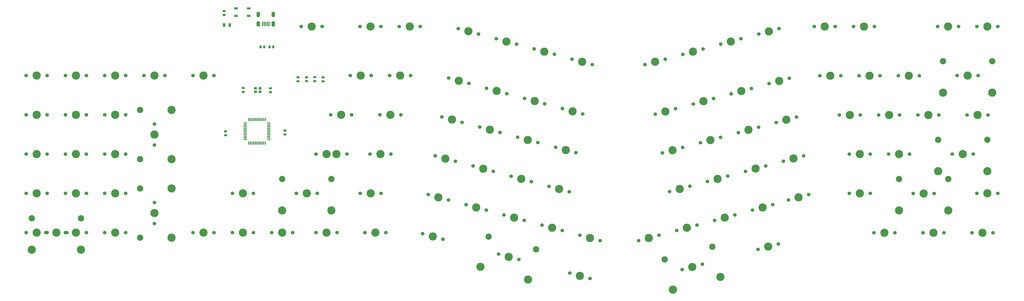
<source format=gbr>
%TF.GenerationSoftware,KiCad,Pcbnew,(5.1.10)-1*%
%TF.CreationDate,2021-06-20T00:30:46-07:00*%
%TF.ProjectId,HSC_Alice,4853435f-416c-4696-9365-2e6b69636164,rev?*%
%TF.SameCoordinates,Original*%
%TF.FileFunction,Soldermask,Top*%
%TF.FilePolarity,Negative*%
%FSLAX46Y46*%
G04 Gerber Fmt 4.6, Leading zero omitted, Abs format (unit mm)*
G04 Created by KiCad (PCBNEW (5.1.10)-1) date 2021-06-20 00:30:46*
%MOMM*%
%LPD*%
G01*
G04 APERTURE LIST*
%ADD10C,3.987800*%
%ADD11C,3.048000*%
%ADD12C,1.750000*%
%ADD13R,1.400000X1.200000*%
%ADD14O,1.700000X2.700000*%
%ADD15R,0.500000X2.250000*%
%ADD16R,0.550000X1.500000*%
%ADD17R,1.500000X0.550000*%
%ADD18R,1.800000X1.100000*%
G04 APERTURE END LIST*
D10*
%TO.C,MX48*%
X-418061929Y-187128299D03*
X-441124374Y-180948736D03*
D11*
X-414117526Y-172407590D03*
X-437179971Y-166228026D03*
D12*
X-422549697Y-177379601D03*
X-432363503Y-174749999D03*
D10*
X-427456600Y-176064800D03*
%TD*%
D13*
%TO.C,Y1*%
X-550324200Y-94298400D03*
X-548124200Y-94298400D03*
X-548124200Y-95998400D03*
X-550324200Y-95998400D03*
%TD*%
D14*
%TO.C,USB1*%
X-541637200Y-58521600D03*
X-548937200Y-58521600D03*
X-548937200Y-63021600D03*
X-541637200Y-63021600D03*
D15*
X-543687200Y-63021600D03*
X-544487200Y-63021600D03*
X-545287200Y-63021600D03*
X-546087200Y-63021600D03*
X-546887200Y-63021600D03*
%TD*%
D16*
%TO.C,U1*%
X-545579800Y-120863600D03*
X-546379800Y-120863600D03*
X-547179800Y-120863600D03*
X-547979800Y-120863600D03*
X-548779800Y-120863600D03*
X-549579800Y-120863600D03*
X-550379800Y-120863600D03*
X-551179800Y-120863600D03*
X-551979800Y-120863600D03*
X-552779800Y-120863600D03*
X-553579800Y-120863600D03*
D17*
X-555279800Y-119163600D03*
X-555279800Y-118363600D03*
X-555279800Y-117563600D03*
X-555279800Y-116763600D03*
X-555279800Y-115963600D03*
X-555279800Y-115163600D03*
X-555279800Y-114363600D03*
X-555279800Y-113563600D03*
X-555279800Y-112763600D03*
X-555279800Y-111963600D03*
X-555279800Y-111163600D03*
D16*
X-553579800Y-109463600D03*
X-552779800Y-109463600D03*
X-551979800Y-109463600D03*
X-551179800Y-109463600D03*
X-550379800Y-109463600D03*
X-549579800Y-109463600D03*
X-548779800Y-109463600D03*
X-547979800Y-109463600D03*
X-547179800Y-109463600D03*
X-546379800Y-109463600D03*
X-545579800Y-109463600D03*
D17*
X-543879800Y-111163600D03*
X-543879800Y-111963600D03*
X-543879800Y-112763600D03*
X-543879800Y-113563600D03*
X-543879800Y-114363600D03*
X-543879800Y-115163600D03*
X-543879800Y-115963600D03*
X-543879800Y-116763600D03*
X-543879800Y-117563600D03*
X-543879800Y-118363600D03*
X-543879800Y-119163600D03*
%TD*%
D18*
%TO.C,SW1*%
X-559791800Y-59203200D03*
X-553591800Y-55503200D03*
X-559791800Y-55503200D03*
X-553591800Y-59203200D03*
%TD*%
%TO.C,R4*%
G36*
G01*
X-565269801Y-116554200D02*
X-564369799Y-116554200D01*
G75*
G02*
X-564119800Y-116804199I0J-249999D01*
G01*
X-564119800Y-117329201D01*
G75*
G02*
X-564369799Y-117579200I-249999J0D01*
G01*
X-565269801Y-117579200D01*
G75*
G02*
X-565519800Y-117329201I0J249999D01*
G01*
X-565519800Y-116804199D01*
G75*
G02*
X-565269801Y-116554200I249999J0D01*
G01*
G37*
G36*
G01*
X-565269801Y-114729200D02*
X-564369799Y-114729200D01*
G75*
G02*
X-564119800Y-114979199I0J-249999D01*
G01*
X-564119800Y-115504201D01*
G75*
G02*
X-564369799Y-115754200I-249999J0D01*
G01*
X-565269801Y-115754200D01*
G75*
G02*
X-565519800Y-115504201I0J249999D01*
G01*
X-565519800Y-114979199D01*
G75*
G02*
X-565269801Y-114729200I249999J0D01*
G01*
G37*
%TD*%
%TO.C,R3*%
G36*
G01*
X-565055599Y-57385000D02*
X-565955601Y-57385000D01*
G75*
G02*
X-566205600Y-57135001I0J249999D01*
G01*
X-566205600Y-56609999D01*
G75*
G02*
X-565955601Y-56360000I249999J0D01*
G01*
X-565055599Y-56360000D01*
G75*
G02*
X-564805600Y-56609999I0J-249999D01*
G01*
X-564805600Y-57135001D01*
G75*
G02*
X-565055599Y-57385000I-249999J0D01*
G01*
G37*
G36*
G01*
X-565055599Y-59210000D02*
X-565955601Y-59210000D01*
G75*
G02*
X-566205600Y-58960001I0J249999D01*
G01*
X-566205600Y-58434999D01*
G75*
G02*
X-565955601Y-58185000I249999J0D01*
G01*
X-565055599Y-58185000D01*
G75*
G02*
X-564805600Y-58434999I0J-249999D01*
G01*
X-564805600Y-58960001D01*
G75*
G02*
X-565055599Y-59210000I-249999J0D01*
G01*
G37*
%TD*%
%TO.C,R2*%
G36*
G01*
X-547364400Y-73767799D02*
X-547364400Y-74667801D01*
G75*
G02*
X-547614399Y-74917800I-249999J0D01*
G01*
X-548139401Y-74917800D01*
G75*
G02*
X-548389400Y-74667801I0J249999D01*
G01*
X-548389400Y-73767799D01*
G75*
G02*
X-548139401Y-73517800I249999J0D01*
G01*
X-547614399Y-73517800D01*
G75*
G02*
X-547364400Y-73767799I0J-249999D01*
G01*
G37*
G36*
G01*
X-545539400Y-73767799D02*
X-545539400Y-74667801D01*
G75*
G02*
X-545789399Y-74917800I-249999J0D01*
G01*
X-546314401Y-74917800D01*
G75*
G02*
X-546564400Y-74667801I0J249999D01*
G01*
X-546564400Y-73767799D01*
G75*
G02*
X-546314401Y-73517800I249999J0D01*
G01*
X-545789399Y-73517800D01*
G75*
G02*
X-545539400Y-73767799I0J-249999D01*
G01*
G37*
%TD*%
%TO.C,R1*%
G36*
G01*
X-542954400Y-73767799D02*
X-542954400Y-74667801D01*
G75*
G02*
X-543204399Y-74917800I-249999J0D01*
G01*
X-543729401Y-74917800D01*
G75*
G02*
X-543979400Y-74667801I0J249999D01*
G01*
X-543979400Y-73767799D01*
G75*
G02*
X-543729401Y-73517800I249999J0D01*
G01*
X-543204399Y-73517800D01*
G75*
G02*
X-542954400Y-73767799I0J-249999D01*
G01*
G37*
G36*
G01*
X-541129400Y-73767799D02*
X-541129400Y-74667801D01*
G75*
G02*
X-541379399Y-74917800I-249999J0D01*
G01*
X-541904401Y-74917800D01*
G75*
G02*
X-542154400Y-74667801I0J249999D01*
G01*
X-542154400Y-73767799D01*
G75*
G02*
X-541904401Y-73517800I249999J0D01*
G01*
X-541379399Y-73517800D01*
G75*
G02*
X-541129400Y-73767799I0J-249999D01*
G01*
G37*
%TD*%
%TO.C,F1*%
G36*
G01*
X-563359000Y-64226600D02*
X-563359000Y-62976600D01*
G75*
G02*
X-563109000Y-62726600I250000J0D01*
G01*
X-562359000Y-62726600D01*
G75*
G02*
X-562109000Y-62976600I0J-250000D01*
G01*
X-562109000Y-64226600D01*
G75*
G02*
X-562359000Y-64476600I-250000J0D01*
G01*
X-563109000Y-64476600D01*
G75*
G02*
X-563359000Y-64226600I0J250000D01*
G01*
G37*
G36*
G01*
X-566159000Y-64226600D02*
X-566159000Y-62976600D01*
G75*
G02*
X-565909000Y-62726600I250000J0D01*
G01*
X-565159000Y-62726600D01*
G75*
G02*
X-564909000Y-62976600I0J-250000D01*
G01*
X-564909000Y-64226600D01*
G75*
G02*
X-565159000Y-64476600I-250000J0D01*
G01*
X-565909000Y-64476600D01*
G75*
G02*
X-566159000Y-64226600I0J250000D01*
G01*
G37*
%TD*%
%TO.C,C7*%
G36*
G01*
X-517050000Y-89491400D02*
X-518000000Y-89491400D01*
G75*
G02*
X-518250000Y-89241400I0J250000D01*
G01*
X-518250000Y-88741400D01*
G75*
G02*
X-518000000Y-88491400I250000J0D01*
G01*
X-517050000Y-88491400D01*
G75*
G02*
X-516800000Y-88741400I0J-250000D01*
G01*
X-516800000Y-89241400D01*
G75*
G02*
X-517050000Y-89491400I-250000J0D01*
G01*
G37*
G36*
G01*
X-517050000Y-91391400D02*
X-518000000Y-91391400D01*
G75*
G02*
X-518250000Y-91141400I0J250000D01*
G01*
X-518250000Y-90641400D01*
G75*
G02*
X-518000000Y-90391400I250000J0D01*
G01*
X-517050000Y-90391400D01*
G75*
G02*
X-516800000Y-90641400I0J-250000D01*
G01*
X-516800000Y-91141400D01*
G75*
G02*
X-517050000Y-91391400I-250000J0D01*
G01*
G37*
%TD*%
%TO.C,C6*%
G36*
G01*
X-521063200Y-89415200D02*
X-522013200Y-89415200D01*
G75*
G02*
X-522263200Y-89165200I0J250000D01*
G01*
X-522263200Y-88665200D01*
G75*
G02*
X-522013200Y-88415200I250000J0D01*
G01*
X-521063200Y-88415200D01*
G75*
G02*
X-520813200Y-88665200I0J-250000D01*
G01*
X-520813200Y-89165200D01*
G75*
G02*
X-521063200Y-89415200I-250000J0D01*
G01*
G37*
G36*
G01*
X-521063200Y-91315200D02*
X-522013200Y-91315200D01*
G75*
G02*
X-522263200Y-91065200I0J250000D01*
G01*
X-522263200Y-90565200D01*
G75*
G02*
X-522013200Y-90315200I250000J0D01*
G01*
X-521063200Y-90315200D01*
G75*
G02*
X-520813200Y-90565200I0J-250000D01*
G01*
X-520813200Y-91065200D01*
G75*
G02*
X-521063200Y-91315200I-250000J0D01*
G01*
G37*
%TD*%
%TO.C,C5*%
G36*
G01*
X-536516600Y-116197800D02*
X-535566600Y-116197800D01*
G75*
G02*
X-535316600Y-116447800I0J-250000D01*
G01*
X-535316600Y-116947800D01*
G75*
G02*
X-535566600Y-117197800I-250000J0D01*
G01*
X-536516600Y-117197800D01*
G75*
G02*
X-536766600Y-116947800I0J250000D01*
G01*
X-536766600Y-116447800D01*
G75*
G02*
X-536516600Y-116197800I250000J0D01*
G01*
G37*
G36*
G01*
X-536516600Y-114297800D02*
X-535566600Y-114297800D01*
G75*
G02*
X-535316600Y-114547800I0J-250000D01*
G01*
X-535316600Y-115047800D01*
G75*
G02*
X-535566600Y-115297800I-250000J0D01*
G01*
X-536516600Y-115297800D01*
G75*
G02*
X-536766600Y-115047800I0J250000D01*
G01*
X-536766600Y-114547800D01*
G75*
G02*
X-536516600Y-114297800I250000J0D01*
G01*
G37*
%TD*%
%TO.C,C4*%
G36*
G01*
X-525076400Y-89440600D02*
X-526026400Y-89440600D01*
G75*
G02*
X-526276400Y-89190600I0J250000D01*
G01*
X-526276400Y-88690600D01*
G75*
G02*
X-526026400Y-88440600I250000J0D01*
G01*
X-525076400Y-88440600D01*
G75*
G02*
X-524826400Y-88690600I0J-250000D01*
G01*
X-524826400Y-89190600D01*
G75*
G02*
X-525076400Y-89440600I-250000J0D01*
G01*
G37*
G36*
G01*
X-525076400Y-91340600D02*
X-526026400Y-91340600D01*
G75*
G02*
X-526276400Y-91090600I0J250000D01*
G01*
X-526276400Y-90590600D01*
G75*
G02*
X-526026400Y-90340600I250000J0D01*
G01*
X-525076400Y-90340600D01*
G75*
G02*
X-524826400Y-90590600I0J-250000D01*
G01*
X-524826400Y-91090600D01*
G75*
G02*
X-525076400Y-91340600I-250000J0D01*
G01*
G37*
%TD*%
%TO.C,C3*%
G36*
G01*
X-529216600Y-89491400D02*
X-530166600Y-89491400D01*
G75*
G02*
X-530416600Y-89241400I0J250000D01*
G01*
X-530416600Y-88741400D01*
G75*
G02*
X-530166600Y-88491400I250000J0D01*
G01*
X-529216600Y-88491400D01*
G75*
G02*
X-528966600Y-88741400I0J-250000D01*
G01*
X-528966600Y-89241400D01*
G75*
G02*
X-529216600Y-89491400I-250000J0D01*
G01*
G37*
G36*
G01*
X-529216600Y-91391400D02*
X-530166600Y-91391400D01*
G75*
G02*
X-530416600Y-91141400I0J250000D01*
G01*
X-530416600Y-90641400D01*
G75*
G02*
X-530166600Y-90391400I250000J0D01*
G01*
X-529216600Y-90391400D01*
G75*
G02*
X-528966600Y-90641400I0J-250000D01*
G01*
X-528966600Y-91141400D01*
G75*
G02*
X-529216600Y-91391400I-250000J0D01*
G01*
G37*
%TD*%
%TO.C,C2*%
G36*
G01*
X-543501600Y-95674600D02*
X-542551600Y-95674600D01*
G75*
G02*
X-542301600Y-95924600I0J-250000D01*
G01*
X-542301600Y-96424600D01*
G75*
G02*
X-542551600Y-96674600I-250000J0D01*
G01*
X-543501600Y-96674600D01*
G75*
G02*
X-543751600Y-96424600I0J250000D01*
G01*
X-543751600Y-95924600D01*
G75*
G02*
X-543501600Y-95674600I250000J0D01*
G01*
G37*
G36*
G01*
X-543501600Y-93774600D02*
X-542551600Y-93774600D01*
G75*
G02*
X-542301600Y-94024600I0J-250000D01*
G01*
X-542301600Y-94524600D01*
G75*
G02*
X-542551600Y-94774600I-250000J0D01*
G01*
X-543501600Y-94774600D01*
G75*
G02*
X-543751600Y-94524600I0J250000D01*
G01*
X-543751600Y-94024600D01*
G75*
G02*
X-543501600Y-93774600I250000J0D01*
G01*
G37*
%TD*%
%TO.C,C1*%
G36*
G01*
X-555785000Y-94647600D02*
X-556735000Y-94647600D01*
G75*
G02*
X-556985000Y-94397600I0J250000D01*
G01*
X-556985000Y-93897600D01*
G75*
G02*
X-556735000Y-93647600I250000J0D01*
G01*
X-555785000Y-93647600D01*
G75*
G02*
X-555535000Y-93897600I0J-250000D01*
G01*
X-555535000Y-94397600D01*
G75*
G02*
X-555785000Y-94647600I-250000J0D01*
G01*
G37*
G36*
G01*
X-555785000Y-96547600D02*
X-556735000Y-96547600D01*
G75*
G02*
X-556985000Y-96297600I0J250000D01*
G01*
X-556985000Y-95797600D01*
G75*
G02*
X-556735000Y-95547600I250000J0D01*
G01*
X-555785000Y-95547600D01*
G75*
G02*
X-555535000Y-95797600I0J-250000D01*
G01*
X-555535000Y-96297600D01*
G75*
G02*
X-555785000Y-96547600I-250000J0D01*
G01*
G37*
%TD*%
D12*
%TO.C,MX54*%
X-388018055Y-186622695D03*
X-397831861Y-183993093D03*
D10*
X-392924958Y-185307894D03*
%TD*%
%TO.C,MX95*%
X-214207600Y-153593800D03*
X-238083600Y-153593800D03*
D11*
X-214207600Y-138353800D03*
X-238083600Y-138353800D03*
D12*
X-221065600Y-145338800D03*
X-231225600Y-145338800D03*
D10*
X-226145600Y-145338800D03*
%TD*%
D12*
%TO.C,MX105*%
X-194878200Y-107213400D03*
X-205038200Y-107213400D03*
D10*
X-199958200Y-107213400D03*
%TD*%
%TO.C,MX29*%
X-513461000Y-153543000D03*
X-537337000Y-153543000D03*
D11*
X-513461000Y-138303000D03*
X-537337000Y-138303000D03*
D12*
X-520319000Y-145288000D03*
X-530479000Y-145288000D03*
D10*
X-525399000Y-145288000D03*
%TD*%
D12*
%TO.C,MX28*%
X-505968000Y-126238000D03*
X-516128000Y-126238000D03*
D10*
X-511048000Y-126238000D03*
%TD*%
D12*
%TO.C,MX6*%
X-651383000Y-164338000D03*
X-661543000Y-164338000D03*
D10*
X-656463000Y-164338000D03*
%TD*%
%TO.C,MX104*%
X-192795400Y-96393000D03*
X-216671400Y-96393000D03*
D11*
X-192795400Y-81153000D03*
X-216671400Y-81153000D03*
D12*
X-199653400Y-88138000D03*
X-209813400Y-88138000D03*
D10*
X-204733400Y-88138000D03*
%TD*%
D12*
%TO.C,MX103*%
X-190103000Y-64325500D03*
X-200263000Y-64325500D03*
D10*
X-195183000Y-64325500D03*
%TD*%
D12*
%TO.C,MX102*%
X-190103000Y-145288000D03*
X-200263000Y-145288000D03*
D10*
X-195183000Y-145288000D03*
%TD*%
%TO.C,MX101*%
X-195163400Y-134493000D03*
X-219039400Y-134493000D03*
D11*
X-195163400Y-119253000D03*
X-219039400Y-119253000D03*
D12*
X-202021400Y-126238000D03*
X-212181400Y-126238000D03*
D10*
X-207101400Y-126238000D03*
%TD*%
D12*
%TO.C,MX99*%
X-218703400Y-107213400D03*
X-228863400Y-107213400D03*
D10*
X-223783400Y-107213400D03*
%TD*%
D12*
%TO.C,MX98*%
X-228228400Y-88163400D03*
X-238388400Y-88163400D03*
D10*
X-233308400Y-88163400D03*
%TD*%
D12*
%TO.C,MX97*%
X-209153000Y-64325500D03*
X-219313000Y-64325500D03*
D10*
X-214233000Y-64325500D03*
%TD*%
D12*
%TO.C,MX96*%
X-192469000Y-164363400D03*
X-202629000Y-164363400D03*
D10*
X-197549000Y-164363400D03*
%TD*%
D12*
%TO.C,MX94*%
X-232952800Y-126212600D03*
X-243112800Y-126212600D03*
D10*
X-238032800Y-126212600D03*
%TD*%
D12*
%TO.C,MX93*%
X-237753400Y-107213400D03*
X-247913400Y-107213400D03*
D10*
X-242833400Y-107213400D03*
%TD*%
D12*
%TO.C,MX92*%
X-247278400Y-88163400D03*
X-257438400Y-88163400D03*
D10*
X-252358400Y-88163400D03*
%TD*%
D12*
%TO.C,MX91*%
X-250021600Y-64325500D03*
X-260181600Y-64325500D03*
D10*
X-255101600Y-64325500D03*
%TD*%
D12*
%TO.C,MX90*%
X-216268800Y-164363400D03*
X-226428800Y-164363400D03*
D10*
X-221348800Y-164363400D03*
%TD*%
D12*
%TO.C,MX89*%
X-252028200Y-145262600D03*
X-262188200Y-145262600D03*
D10*
X-257108200Y-145262600D03*
%TD*%
D12*
%TO.C,MX88*%
X-252002800Y-126212600D03*
X-262162800Y-126212600D03*
D10*
X-257082800Y-126212600D03*
%TD*%
D12*
%TO.C,MX87*%
X-256828800Y-107213400D03*
X-266988800Y-107213400D03*
D10*
X-261908800Y-107213400D03*
%TD*%
D12*
%TO.C,MX86*%
X-266328400Y-88163400D03*
X-276488400Y-88163400D03*
D10*
X-271408400Y-88163400D03*
%TD*%
D12*
%TO.C,MX85*%
X-269071600Y-64325500D03*
X-279231600Y-64325500D03*
D10*
X-274151600Y-64325500D03*
%TD*%
D12*
%TO.C,MX84*%
X-240064800Y-164363400D03*
X-250224800Y-164363400D03*
D10*
X-245144800Y-164363400D03*
%TD*%
D12*
%TO.C,MX83*%
X-281909009Y-145870199D03*
X-291722815Y-148499801D03*
D10*
X-286815912Y-147185000D03*
%TD*%
D12*
%TO.C,MX82*%
X-284368439Y-127044493D03*
X-294182245Y-129674095D03*
D10*
X-289275342Y-128359294D03*
%TD*%
D12*
%TO.C,MX81*%
X-287822839Y-108248493D03*
X-297636645Y-110878095D03*
D10*
X-292729742Y-109563294D03*
%TD*%
D12*
%TO.C,MX80*%
X-291277239Y-89427093D03*
X-301091045Y-92056695D03*
D10*
X-296184142Y-90741894D03*
%TD*%
D12*
%TO.C,MX79*%
X-296336889Y-65350293D03*
X-306150695Y-67979895D03*
D10*
X-301243792Y-66665094D03*
%TD*%
D12*
%TO.C,MX78*%
X-296670124Y-169799194D03*
X-306483930Y-172428796D03*
D10*
X-301577027Y-171113995D03*
%TD*%
D12*
%TO.C,MX77*%
X-299309895Y-150800701D03*
X-309123701Y-153430303D03*
D10*
X-304216798Y-152115502D03*
%TD*%
D12*
%TO.C,MX76*%
X-302769325Y-131974995D03*
X-312583131Y-134604597D03*
D10*
X-307676228Y-133289796D03*
%TD*%
D12*
%TO.C,MX75*%
X-306223725Y-113178995D03*
X-316037531Y-115808597D03*
D10*
X-311130628Y-114493796D03*
%TD*%
D12*
%TO.C,MX74*%
X-309678125Y-94357595D03*
X-319491931Y-96987197D03*
D10*
X-314585028Y-95672396D03*
%TD*%
D12*
%TO.C,MX73*%
X-314737775Y-70280795D03*
X-324551581Y-72910397D03*
D10*
X-319644678Y-71595596D03*
%TD*%
%TO.C,MX72*%
X-324711026Y-185858936D03*
X-347773471Y-192038499D03*
D11*
X-328655429Y-171138226D03*
X-351717874Y-177317790D03*
D12*
X-333471897Y-179660199D03*
X-343285703Y-182289801D03*
D10*
X-338378800Y-180975000D03*
%TD*%
D12*
%TO.C,MX71*%
X-317710781Y-155731203D03*
X-327524587Y-158360805D03*
D10*
X-322617684Y-157046004D03*
%TD*%
D12*
%TO.C,MX70*%
X-321170211Y-136905497D03*
X-330984017Y-139535099D03*
D10*
X-326077114Y-138220298D03*
%TD*%
D12*
%TO.C,MX69*%
X-324624611Y-118109497D03*
X-334438417Y-120739099D03*
D10*
X-329531514Y-119424298D03*
%TD*%
D12*
%TO.C,MX68*%
X-328079011Y-99288097D03*
X-337892817Y-101917699D03*
D10*
X-332985914Y-100602898D03*
%TD*%
D12*
%TO.C,MX67*%
X-333138661Y-75211297D03*
X-342952467Y-77840899D03*
D10*
X-338045564Y-76526098D03*
%TD*%
D12*
%TO.C,MX66*%
X-354512553Y-165592207D03*
X-364326359Y-168221809D03*
D10*
X-359419456Y-166907008D03*
%TD*%
D12*
%TO.C,MX65*%
X-336111667Y-160661705D03*
X-345925473Y-163291307D03*
D10*
X-341018570Y-161976506D03*
%TD*%
%TO.C,MX64*%
X-344478000Y-143150800D03*
D12*
X-349384903Y-144465601D03*
X-339571097Y-141835999D03*
%TD*%
D10*
%TO.C,MX63*%
X-347932400Y-124354800D03*
D12*
X-352839303Y-125669601D03*
X-343025497Y-123039999D03*
%TD*%
%TO.C,MX62*%
X-346479897Y-104218599D03*
X-356293703Y-106848201D03*
D10*
X-351386800Y-105533400D03*
%TD*%
D12*
%TO.C,MX61*%
X-351539547Y-80141799D03*
X-361353353Y-82771401D03*
D10*
X-356446450Y-81456600D03*
%TD*%
D12*
%TO.C,MX60*%
X-383087553Y-168221809D03*
X-392901359Y-165592207D03*
D10*
X-387994456Y-166907008D03*
%TD*%
D12*
%TO.C,MX59*%
X-401488439Y-163291307D03*
X-411302245Y-160661705D03*
D10*
X-406395342Y-161976506D03*
%TD*%
D12*
%TO.C,MX58*%
X-398059439Y-144495307D03*
X-407873245Y-141865705D03*
D10*
X-402966342Y-143180506D03*
%TD*%
D12*
%TO.C,MX57*%
X-394871202Y-125572307D03*
X-404685008Y-122942705D03*
D10*
X-399778105Y-124257506D03*
%TD*%
D12*
%TO.C,MX56*%
X-391563205Y-106759304D03*
X-401377011Y-104129702D03*
D10*
X-396470108Y-105444503D03*
%TD*%
D12*
%TO.C,MX55*%
X-386864205Y-82756804D03*
X-396678011Y-80127202D03*
D10*
X-391771108Y-81442003D03*
%TD*%
D12*
%TO.C,MX53*%
X-419889325Y-158360805D03*
X-429703131Y-155731203D03*
D10*
X-424796228Y-157046004D03*
%TD*%
D12*
%TO.C,MX52*%
X-416460325Y-139564805D03*
X-426274131Y-136935203D03*
D10*
X-421367228Y-138250004D03*
%TD*%
D12*
%TO.C,MX51*%
X-413272088Y-120641805D03*
X-423085894Y-118012203D03*
D10*
X-418178991Y-119327004D03*
%TD*%
D12*
%TO.C,MX50*%
X-409964091Y-101828802D03*
X-419777897Y-99199200D03*
D10*
X-414870994Y-100514001D03*
%TD*%
D12*
%TO.C,MX49*%
X-405265091Y-77826302D03*
X-415078897Y-75196700D03*
D10*
X-410171994Y-76511501D03*
%TD*%
%TO.C,MX47*%
X-443197114Y-152115502D03*
D12*
X-448104017Y-150800701D03*
X-438290211Y-153430303D03*
%TD*%
D10*
%TO.C,MX46*%
X-439768114Y-133319502D03*
D12*
X-444675017Y-132004701D03*
X-434861211Y-134634303D03*
%TD*%
D10*
%TO.C,MX45*%
X-436579877Y-114396502D03*
D12*
X-441486780Y-113081701D03*
X-431672974Y-115711303D03*
%TD*%
%TO.C,MX44*%
X-428364977Y-96898300D03*
X-438178783Y-94268698D03*
D10*
X-433271880Y-95583499D03*
%TD*%
D12*
%TO.C,MX43*%
X-423665977Y-72895800D03*
X-433479783Y-70266198D03*
D10*
X-428572880Y-71580999D03*
%TD*%
D12*
%TO.C,MX42*%
X-459379697Y-167499001D03*
X-469193503Y-164869399D03*
D10*
X-464286600Y-166184200D03*
%TD*%
D12*
%TO.C,MX41*%
X-456691097Y-148499801D03*
X-466504903Y-145870199D03*
D10*
X-461598000Y-147185000D03*
%TD*%
D12*
%TO.C,MX40*%
X-453262097Y-129703801D03*
X-463075903Y-127074199D03*
D10*
X-458169000Y-128389000D03*
%TD*%
D12*
%TO.C,MX39*%
X-450073860Y-110780801D03*
X-459887666Y-108151199D03*
D10*
X-454980763Y-109466000D03*
%TD*%
D12*
%TO.C,MX38*%
X-446765863Y-91967798D03*
X-456579669Y-89338196D03*
D10*
X-451672766Y-90652997D03*
%TD*%
D12*
%TO.C,MX37*%
X-442066863Y-67965298D03*
X-451880669Y-65335696D03*
D10*
X-446973766Y-66650497D03*
%TD*%
D12*
%TO.C,MX36*%
X-487045000Y-164338000D03*
X-497205000Y-164338000D03*
D10*
X-492125000Y-164338000D03*
%TD*%
D12*
%TO.C,MX35*%
X-489331000Y-145288000D03*
X-499491000Y-145288000D03*
D10*
X-494411000Y-145288000D03*
%TD*%
D12*
%TO.C,MX34*%
X-484568500Y-126238000D03*
X-494728500Y-126238000D03*
D10*
X-489648500Y-126238000D03*
%TD*%
D12*
%TO.C,MX33*%
X-479806000Y-107188000D03*
X-489966000Y-107188000D03*
D10*
X-484886000Y-107188000D03*
%TD*%
D12*
%TO.C,MX32*%
X-475043500Y-88138000D03*
X-485203500Y-88138000D03*
D10*
X-480123500Y-88138000D03*
%TD*%
D12*
%TO.C,MX31*%
X-470344500Y-64325500D03*
X-480504500Y-64325500D03*
D10*
X-475424500Y-64325500D03*
%TD*%
D12*
%TO.C,MX30*%
X-510794000Y-164338000D03*
X-520954000Y-164338000D03*
D10*
X-515874000Y-164338000D03*
%TD*%
D12*
%TO.C,MX28*%
X-510794000Y-126238000D03*
X-520954000Y-126238000D03*
D10*
X-515874000Y-126238000D03*
%TD*%
D12*
%TO.C,MX27*%
X-503682000Y-107188000D03*
X-513842000Y-107188000D03*
D10*
X-508762000Y-107188000D03*
%TD*%
D12*
%TO.C,MX26*%
X-494157000Y-88138000D03*
X-504317000Y-88138000D03*
D10*
X-499237000Y-88138000D03*
%TD*%
D12*
%TO.C,MX25*%
X-489394500Y-64325500D03*
X-499554500Y-64325500D03*
D10*
X-494474500Y-64325500D03*
%TD*%
D12*
%TO.C,MX24*%
X-532257000Y-164338000D03*
X-542417000Y-164338000D03*
D10*
X-537337000Y-164338000D03*
%TD*%
D12*
%TO.C,MX23*%
X-551307000Y-164338000D03*
X-561467000Y-164338000D03*
D10*
X-556387000Y-164338000D03*
%TD*%
D12*
%TO.C,MX22*%
X-570420500Y-164338000D03*
X-580580500Y-164338000D03*
D10*
X-575500500Y-164338000D03*
%TD*%
D12*
%TO.C,MX21*%
X-551307000Y-145288000D03*
X-561467000Y-145288000D03*
D10*
X-556387000Y-145288000D03*
%TD*%
D12*
%TO.C,MX20*%
X-570420500Y-88138000D03*
X-580580500Y-88138000D03*
D10*
X-575500500Y-88138000D03*
%TD*%
D12*
%TO.C,MX19*%
X-517969500Y-64325500D03*
X-528129500Y-64325500D03*
D10*
X-523049500Y-64325500D03*
%TD*%
%TO.C,MX18*%
X-591058000Y-142875000D03*
X-591058000Y-166751000D03*
D11*
X-606298000Y-142875000D03*
X-606298000Y-166751000D03*
D12*
X-599313000Y-149733000D03*
X-599313000Y-159893000D03*
D10*
X-599313000Y-154813000D03*
%TD*%
D12*
%TO.C,MX17*%
X-613283000Y-164338000D03*
X-623443000Y-164338000D03*
D10*
X-618363000Y-164338000D03*
%TD*%
D12*
%TO.C,MX16*%
X-613283000Y-145288000D03*
X-623443000Y-145288000D03*
D10*
X-618363000Y-145288000D03*
%TD*%
D12*
%TO.C,MX15*%
X-613283000Y-126238000D03*
X-623443000Y-126238000D03*
D10*
X-618363000Y-126238000D03*
%TD*%
%TO.C,MX14*%
X-591058000Y-104775000D03*
X-591058000Y-128651000D03*
D11*
X-606298000Y-104775000D03*
X-606298000Y-128651000D03*
D12*
X-599313000Y-111633000D03*
X-599313000Y-121793000D03*
D10*
X-599313000Y-116713000D03*
%TD*%
D12*
%TO.C,MX13*%
X-594233000Y-88138000D03*
X-604393000Y-88138000D03*
D10*
X-599313000Y-88138000D03*
%TD*%
D12*
%TO.C,MX12*%
X-632333000Y-164338000D03*
X-642493000Y-164338000D03*
D10*
X-637413000Y-164338000D03*
%TD*%
D12*
%TO.C,MX11*%
X-632333000Y-145288000D03*
X-642493000Y-145288000D03*
D10*
X-637413000Y-145288000D03*
%TD*%
D12*
%TO.C,MX10*%
X-632333000Y-126238000D03*
X-642493000Y-126238000D03*
D10*
X-637413000Y-126238000D03*
%TD*%
D12*
%TO.C,MX9*%
X-632333000Y-107188000D03*
X-642493000Y-107188000D03*
D10*
X-637413000Y-107188000D03*
%TD*%
D12*
%TO.C,MX8*%
X-613283000Y-107188000D03*
X-623443000Y-107188000D03*
D10*
X-618363000Y-107188000D03*
%TD*%
D12*
%TO.C,MX7*%
X-613283000Y-88138000D03*
X-623443000Y-88138000D03*
D10*
X-618363000Y-88138000D03*
%TD*%
%TO.C,MX6*%
X-635000000Y-172593000D03*
X-658876000Y-172593000D03*
D11*
X-635000000Y-157353000D03*
X-658876000Y-157353000D03*
D12*
X-641858000Y-164338000D03*
X-652018000Y-164338000D03*
D10*
X-646938000Y-164338000D03*
%TD*%
D12*
%TO.C,MX5*%
X-651383000Y-145288000D03*
X-661543000Y-145288000D03*
D10*
X-656463000Y-145288000D03*
%TD*%
D12*
%TO.C,MX4*%
X-651383000Y-126238000D03*
X-661543000Y-126238000D03*
D10*
X-656463000Y-126238000D03*
%TD*%
D12*
%TO.C,MX3*%
X-651383000Y-107188000D03*
X-661543000Y-107188000D03*
D10*
X-656463000Y-107188000D03*
%TD*%
D12*
%TO.C,MX2*%
X-651383000Y-88138000D03*
X-661543000Y-88138000D03*
D10*
X-656463000Y-88138000D03*
%TD*%
D12*
%TO.C,MX1*%
X-632333000Y-88138000D03*
X-642493000Y-88138000D03*
D10*
X-637413000Y-88138000D03*
%TD*%
M02*

</source>
